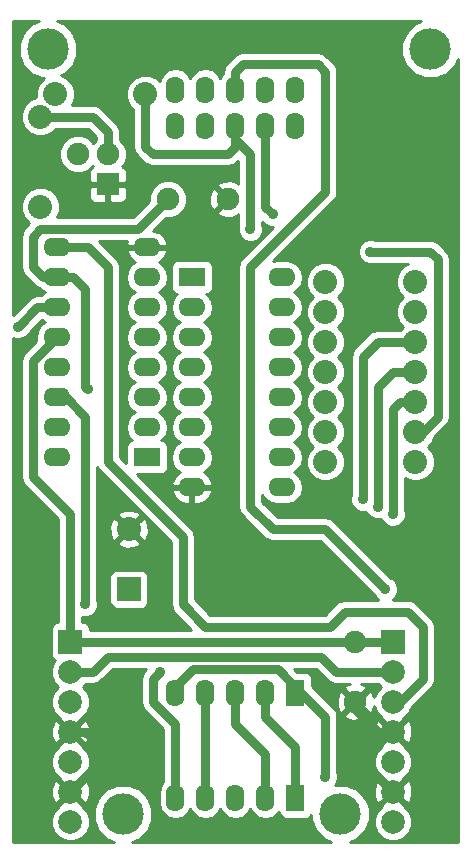
<source format=gtl>
G04 (created by PCBNEW (2013-07-07 BZR 4022)-stable) date 17/03/2015 13:31:24*
%MOIN*%
G04 Gerber Fmt 3.4, Leading zero omitted, Abs format*
%FSLAX34Y34*%
G01*
G70*
G90*
G04 APERTURE LIST*
%ADD10C,0.00590551*%
%ADD11R,0.0787X0.0787*%
%ADD12C,0.0787*%
%ADD13R,0.062X0.09*%
%ADD14O,0.062X0.09*%
%ADD15R,0.09X0.062*%
%ADD16O,0.09X0.062*%
%ADD17R,0.075X0.075*%
%ADD18C,0.075*%
%ADD19C,0.08*%
%ADD20R,0.08X0.08*%
%ADD21C,0.1378*%
%ADD22C,0.035*%
%ADD23C,0.03*%
%ADD24C,0.01*%
G04 APERTURE END LIST*
G54D10*
G54D11*
X12750Y-31000D03*
G54D12*
X12750Y-32000D03*
X12750Y-33000D03*
X12750Y-34000D03*
X12750Y-35000D03*
X12750Y-36000D03*
X12750Y-37000D03*
G54D13*
X20250Y-32700D03*
G54D14*
X19250Y-32700D03*
X18250Y-32700D03*
X17250Y-32700D03*
X16250Y-32700D03*
X16250Y-13800D03*
X17250Y-13800D03*
X18250Y-13800D03*
X19250Y-13800D03*
X20250Y-13800D03*
G54D11*
X23500Y-31000D03*
G54D12*
X23500Y-32000D03*
X23500Y-33000D03*
X23500Y-34000D03*
X23500Y-35000D03*
X23500Y-36000D03*
X23500Y-37000D03*
G54D15*
X15300Y-24850D03*
G54D16*
X15300Y-23850D03*
X15300Y-22850D03*
X15300Y-21850D03*
X15300Y-20850D03*
X15300Y-19850D03*
X15300Y-18850D03*
X15300Y-17850D03*
X12300Y-17850D03*
X12300Y-18850D03*
X12300Y-19850D03*
X12300Y-20850D03*
X12300Y-21850D03*
X12300Y-22850D03*
X12300Y-23850D03*
X12300Y-24850D03*
G54D17*
X14000Y-15750D03*
G54D18*
X14000Y-14750D03*
X13000Y-14750D03*
G54D19*
X11750Y-16500D03*
X11750Y-13500D03*
X15250Y-12750D03*
X12250Y-12750D03*
G54D20*
X14700Y-29250D03*
G54D19*
X14700Y-27250D03*
G54D18*
X16000Y-16250D03*
X18000Y-16250D03*
G54D15*
X16800Y-18850D03*
G54D16*
X16800Y-19850D03*
X16800Y-20850D03*
X16800Y-21850D03*
X16800Y-22850D03*
X16800Y-23850D03*
X16800Y-24850D03*
X16800Y-25850D03*
X19800Y-25850D03*
X19800Y-24850D03*
X19800Y-23850D03*
X19800Y-22850D03*
X19800Y-21850D03*
X19800Y-20850D03*
X19800Y-19850D03*
X19800Y-18850D03*
G54D21*
X24750Y-11250D03*
X12000Y-11250D03*
X14500Y-36750D03*
X21750Y-36750D03*
G54D19*
X21250Y-19000D03*
X24250Y-19000D03*
X21250Y-20000D03*
X24250Y-20000D03*
X21250Y-21000D03*
X24250Y-21000D03*
X21250Y-22000D03*
X24250Y-22000D03*
X21250Y-23000D03*
X24250Y-23000D03*
X21250Y-24000D03*
X24250Y-24000D03*
X21250Y-25000D03*
X24250Y-25000D03*
G54D13*
X20250Y-36200D03*
G54D14*
X19250Y-36200D03*
X18250Y-36200D03*
X17250Y-36200D03*
X16250Y-36200D03*
X16250Y-12600D03*
X17250Y-12600D03*
X18250Y-12600D03*
X19250Y-12600D03*
X20250Y-12600D03*
G54D18*
X22250Y-31000D03*
X22250Y-33000D03*
G54D22*
X13320Y-22570D03*
X11000Y-20500D03*
X13250Y-29750D03*
X15250Y-33750D03*
X22750Y-18000D03*
X19500Y-16750D03*
X22500Y-26250D03*
X23500Y-26750D03*
X23000Y-26500D03*
X23250Y-29250D03*
X21250Y-35500D03*
X18750Y-17250D03*
X15750Y-32000D03*
G54D23*
X13320Y-22570D02*
X13250Y-22500D01*
X11750Y-17250D02*
X15000Y-17250D01*
X13250Y-19250D02*
X12850Y-18850D01*
X12850Y-18850D02*
X12300Y-18850D01*
X15000Y-17250D02*
X16000Y-16250D01*
X12300Y-18850D02*
X11850Y-18850D01*
X11500Y-17500D02*
X11750Y-17250D01*
X11500Y-18500D02*
X11500Y-17500D01*
X11850Y-18850D02*
X11500Y-18500D01*
X13250Y-22500D02*
X13250Y-19250D01*
X20900Y-31500D02*
X21100Y-31500D01*
X21600Y-32000D02*
X23500Y-32000D01*
X21100Y-31500D02*
X21600Y-32000D01*
X14000Y-31500D02*
X13500Y-32000D01*
X13500Y-32000D02*
X12750Y-32000D01*
X11650Y-19850D02*
X12300Y-19850D01*
X20900Y-31500D02*
X14000Y-31500D01*
X11000Y-20500D02*
X11650Y-19850D01*
X13250Y-29750D02*
X13250Y-28750D01*
X12300Y-22850D02*
X12600Y-22850D01*
X12600Y-22850D02*
X13250Y-23500D01*
X13250Y-28750D02*
X13250Y-29250D01*
X13250Y-23500D02*
X13250Y-28750D01*
X22250Y-33000D02*
X22250Y-33250D01*
X23000Y-34000D02*
X23500Y-34000D01*
X22250Y-33250D02*
X23000Y-34000D01*
X15000Y-34000D02*
X15250Y-33750D01*
X12750Y-36000D02*
X13500Y-35250D01*
X22750Y-35250D02*
X22750Y-34500D01*
X23500Y-36000D02*
X22750Y-35250D01*
X13500Y-35250D02*
X13500Y-34250D01*
X13500Y-34250D02*
X13250Y-34000D01*
X23500Y-34000D02*
X23250Y-34000D01*
X13250Y-34000D02*
X12750Y-34000D01*
X23250Y-34000D02*
X22750Y-34500D01*
X12750Y-34000D02*
X15000Y-34000D01*
X21650Y-31000D02*
X22250Y-31000D01*
X12750Y-31000D02*
X21650Y-31000D01*
X21650Y-31000D02*
X23500Y-31000D01*
X11500Y-25500D02*
X11500Y-21650D01*
X11500Y-21650D02*
X12300Y-20850D01*
X12750Y-26750D02*
X11500Y-25500D01*
X12750Y-31000D02*
X12750Y-26750D01*
X11750Y-13500D02*
X13500Y-13500D01*
X14000Y-14000D02*
X14000Y-14750D01*
X13500Y-13500D02*
X14000Y-14000D01*
X25000Y-18250D02*
X25000Y-18750D01*
X19250Y-13800D02*
X19250Y-16500D01*
X24750Y-18000D02*
X25000Y-18250D01*
X25000Y-23500D02*
X25000Y-18750D01*
X24500Y-24000D02*
X25000Y-23500D01*
X24250Y-24000D02*
X24500Y-24000D01*
X19250Y-16500D02*
X19500Y-16750D01*
X22750Y-18000D02*
X24750Y-18000D01*
X20950Y-30500D02*
X21400Y-30500D01*
X21900Y-30000D02*
X24000Y-30000D01*
X21400Y-30500D02*
X21900Y-30000D01*
X24000Y-30000D02*
X24300Y-30300D01*
X24500Y-32250D02*
X24500Y-30500D01*
X16500Y-29750D02*
X17250Y-30500D01*
X12300Y-17850D02*
X13350Y-17850D01*
X14000Y-18500D02*
X14000Y-25000D01*
X23500Y-33000D02*
X23750Y-33000D01*
X16500Y-27500D02*
X16500Y-29750D01*
X17250Y-30500D02*
X20950Y-30500D01*
X13350Y-17850D02*
X14000Y-18500D01*
X23750Y-33000D02*
X24500Y-32250D01*
X24500Y-30500D02*
X24300Y-30300D01*
X24300Y-30300D02*
X24000Y-30000D01*
X14000Y-25000D02*
X16500Y-27500D01*
X17250Y-36200D02*
X17250Y-32700D01*
X23000Y-21000D02*
X24250Y-21000D01*
X22500Y-21500D02*
X23000Y-21000D01*
X22500Y-26250D02*
X22500Y-21500D01*
X20250Y-34500D02*
X19250Y-33500D01*
X20250Y-36200D02*
X20250Y-34500D01*
X19250Y-33500D02*
X19250Y-32700D01*
X23500Y-26750D02*
X23500Y-23250D01*
X23500Y-23250D02*
X23750Y-23000D01*
X23750Y-23000D02*
X24250Y-23000D01*
X19250Y-36200D02*
X19250Y-34750D01*
X23000Y-26500D02*
X23000Y-22500D01*
X23500Y-22000D02*
X24250Y-22000D01*
X23000Y-22500D02*
X23500Y-22000D01*
X19250Y-34750D02*
X18250Y-33750D01*
X18250Y-33750D02*
X18250Y-32700D01*
X23250Y-29250D02*
X21250Y-27250D01*
X20450Y-32700D02*
X21250Y-33500D01*
X21250Y-16000D02*
X21250Y-12000D01*
X19500Y-27250D02*
X18750Y-26500D01*
X18750Y-26500D02*
X18750Y-18500D01*
X21250Y-27250D02*
X19500Y-27250D01*
X18750Y-18500D02*
X21250Y-16000D01*
X18250Y-12000D02*
X18250Y-12600D01*
X20250Y-32500D02*
X20250Y-32700D01*
X18500Y-11750D02*
X18250Y-12000D01*
X21250Y-12000D02*
X21000Y-11750D01*
X21000Y-11750D02*
X18500Y-11750D01*
X20250Y-32700D02*
X20450Y-32700D01*
X21250Y-33500D02*
X21250Y-35500D01*
X16250Y-32500D02*
X16848Y-31902D01*
X19652Y-31902D02*
X20250Y-32500D01*
X16848Y-31902D02*
X19652Y-31902D01*
X16250Y-32700D02*
X16250Y-32500D01*
X16250Y-33750D02*
X15500Y-33000D01*
X18750Y-14750D02*
X18250Y-14250D01*
X18250Y-14250D02*
X18250Y-13800D01*
X16250Y-36200D02*
X16250Y-33750D01*
X18750Y-17250D02*
X18750Y-14750D01*
X15500Y-32250D02*
X15750Y-32000D01*
X15500Y-33000D02*
X15500Y-32250D01*
X15250Y-12750D02*
X15250Y-14500D01*
X18250Y-14500D02*
X18250Y-13800D01*
X18000Y-14750D02*
X18250Y-14500D01*
X15500Y-14750D02*
X18000Y-14750D01*
X15250Y-14500D02*
X15500Y-14750D01*
G54D10*
G36*
X12357Y-21900D02*
X12350Y-21900D01*
X12350Y-21907D01*
X12250Y-21907D01*
X12250Y-21900D01*
X12242Y-21900D01*
X12242Y-21800D01*
X12250Y-21800D01*
X12250Y-21792D01*
X12350Y-21792D01*
X12350Y-21800D01*
X12357Y-21800D01*
X12357Y-21900D01*
X12357Y-21900D01*
G37*
G54D24*
X12357Y-21900D02*
X12350Y-21900D01*
X12350Y-21907D01*
X12250Y-21907D01*
X12250Y-21900D01*
X12242Y-21900D01*
X12242Y-21800D01*
X12250Y-21800D01*
X12250Y-21792D01*
X12350Y-21792D01*
X12350Y-21800D01*
X12357Y-21800D01*
X12357Y-21900D01*
G54D10*
G36*
X16784Y-30600D02*
X15354Y-30600D01*
X15354Y-27355D01*
X15344Y-27097D01*
X15264Y-26902D01*
X15158Y-26862D01*
X15087Y-26933D01*
X15087Y-26791D01*
X15047Y-26685D01*
X14805Y-26595D01*
X14547Y-26605D01*
X14352Y-26685D01*
X14312Y-26791D01*
X14700Y-27179D01*
X15087Y-26791D01*
X15087Y-26933D01*
X14770Y-27250D01*
X15158Y-27637D01*
X15264Y-27597D01*
X15354Y-27355D01*
X15354Y-30600D01*
X15350Y-30600D01*
X15350Y-29600D01*
X15350Y-28800D01*
X15312Y-28708D01*
X15241Y-28638D01*
X15149Y-28600D01*
X15087Y-28599D01*
X15087Y-27708D01*
X14700Y-27320D01*
X14629Y-27391D01*
X14629Y-27250D01*
X14241Y-26862D01*
X14135Y-26902D01*
X14045Y-27144D01*
X14055Y-27402D01*
X14135Y-27597D01*
X14241Y-27637D01*
X14629Y-27250D01*
X14629Y-27391D01*
X14312Y-27708D01*
X14352Y-27814D01*
X14594Y-27904D01*
X14852Y-27894D01*
X15047Y-27814D01*
X15087Y-27708D01*
X15087Y-28599D01*
X15050Y-28599D01*
X14250Y-28599D01*
X14158Y-28637D01*
X14088Y-28708D01*
X14050Y-28800D01*
X14049Y-28899D01*
X14049Y-29699D01*
X14087Y-29791D01*
X14158Y-29861D01*
X14250Y-29899D01*
X14349Y-29900D01*
X15149Y-29900D01*
X15241Y-29862D01*
X15311Y-29791D01*
X15349Y-29699D01*
X15350Y-29600D01*
X15350Y-30600D01*
X13393Y-30600D01*
X13393Y-30556D01*
X13355Y-30465D01*
X13285Y-30394D01*
X13193Y-30356D01*
X13150Y-30356D01*
X13150Y-30168D01*
X13165Y-30174D01*
X13334Y-30175D01*
X13490Y-30110D01*
X13610Y-29991D01*
X13674Y-29834D01*
X13675Y-29665D01*
X13650Y-29605D01*
X13650Y-29250D01*
X13650Y-28750D01*
X13650Y-25182D01*
X13717Y-25282D01*
X16100Y-27665D01*
X16100Y-29750D01*
X16125Y-29877D01*
X16130Y-29903D01*
X16217Y-30032D01*
X16784Y-30600D01*
X16784Y-30600D01*
G37*
G54D24*
X16784Y-30600D02*
X15354Y-30600D01*
X15354Y-27355D01*
X15344Y-27097D01*
X15264Y-26902D01*
X15158Y-26862D01*
X15087Y-26933D01*
X15087Y-26791D01*
X15047Y-26685D01*
X14805Y-26595D01*
X14547Y-26605D01*
X14352Y-26685D01*
X14312Y-26791D01*
X14700Y-27179D01*
X15087Y-26791D01*
X15087Y-26933D01*
X14770Y-27250D01*
X15158Y-27637D01*
X15264Y-27597D01*
X15354Y-27355D01*
X15354Y-30600D01*
X15350Y-30600D01*
X15350Y-29600D01*
X15350Y-28800D01*
X15312Y-28708D01*
X15241Y-28638D01*
X15149Y-28600D01*
X15087Y-28599D01*
X15087Y-27708D01*
X14700Y-27320D01*
X14629Y-27391D01*
X14629Y-27250D01*
X14241Y-26862D01*
X14135Y-26902D01*
X14045Y-27144D01*
X14055Y-27402D01*
X14135Y-27597D01*
X14241Y-27637D01*
X14629Y-27250D01*
X14629Y-27391D01*
X14312Y-27708D01*
X14352Y-27814D01*
X14594Y-27904D01*
X14852Y-27894D01*
X15047Y-27814D01*
X15087Y-27708D01*
X15087Y-28599D01*
X15050Y-28599D01*
X14250Y-28599D01*
X14158Y-28637D01*
X14088Y-28708D01*
X14050Y-28800D01*
X14049Y-28899D01*
X14049Y-29699D01*
X14087Y-29791D01*
X14158Y-29861D01*
X14250Y-29899D01*
X14349Y-29900D01*
X15149Y-29900D01*
X15241Y-29862D01*
X15311Y-29791D01*
X15349Y-29699D01*
X15350Y-29600D01*
X15350Y-30600D01*
X13393Y-30600D01*
X13393Y-30556D01*
X13355Y-30465D01*
X13285Y-30394D01*
X13193Y-30356D01*
X13150Y-30356D01*
X13150Y-30168D01*
X13165Y-30174D01*
X13334Y-30175D01*
X13490Y-30110D01*
X13610Y-29991D01*
X13674Y-29834D01*
X13675Y-29665D01*
X13650Y-29605D01*
X13650Y-29250D01*
X13650Y-28750D01*
X13650Y-25182D01*
X13717Y-25282D01*
X16100Y-27665D01*
X16100Y-29750D01*
X16125Y-29877D01*
X16130Y-29903D01*
X16217Y-30032D01*
X16784Y-30600D01*
G54D10*
G36*
X21435Y-37675D02*
X14814Y-37675D01*
X15051Y-37577D01*
X15326Y-37303D01*
X15474Y-36944D01*
X15475Y-36556D01*
X15327Y-36198D01*
X15053Y-35923D01*
X14694Y-35775D01*
X14306Y-35774D01*
X13948Y-35922D01*
X13673Y-36196D01*
X13525Y-36555D01*
X13524Y-36943D01*
X13672Y-37301D01*
X13946Y-37576D01*
X14185Y-37675D01*
X13397Y-37675D01*
X13397Y-36104D01*
X13397Y-34104D01*
X13388Y-33848D01*
X13308Y-33655D01*
X13203Y-33617D01*
X12820Y-34000D01*
X13203Y-34382D01*
X13308Y-34344D01*
X13397Y-34104D01*
X13397Y-36104D01*
X13393Y-35991D01*
X13393Y-34872D01*
X13295Y-34635D01*
X13127Y-34467D01*
X13132Y-34453D01*
X12750Y-34070D01*
X12679Y-34141D01*
X12679Y-34000D01*
X12296Y-33617D01*
X12191Y-33655D01*
X12102Y-33895D01*
X12111Y-34151D01*
X12191Y-34344D01*
X12296Y-34382D01*
X12679Y-34000D01*
X12679Y-34141D01*
X12367Y-34453D01*
X12372Y-34467D01*
X12204Y-34635D01*
X12106Y-34871D01*
X12106Y-35127D01*
X12204Y-35364D01*
X12372Y-35532D01*
X12367Y-35546D01*
X12750Y-35929D01*
X13132Y-35546D01*
X13127Y-35532D01*
X13295Y-35364D01*
X13393Y-35128D01*
X13393Y-34872D01*
X13393Y-35991D01*
X13388Y-35848D01*
X13308Y-35655D01*
X13203Y-35617D01*
X12820Y-36000D01*
X13203Y-36382D01*
X13308Y-36344D01*
X13397Y-36104D01*
X13397Y-37675D01*
X13393Y-37675D01*
X13393Y-36872D01*
X13295Y-36635D01*
X13127Y-36467D01*
X13132Y-36453D01*
X12750Y-36070D01*
X12679Y-36141D01*
X12679Y-36000D01*
X12296Y-35617D01*
X12191Y-35655D01*
X12102Y-35895D01*
X12111Y-36151D01*
X12191Y-36344D01*
X12296Y-36382D01*
X12679Y-36000D01*
X12679Y-36141D01*
X12367Y-36453D01*
X12372Y-36467D01*
X12204Y-36635D01*
X12106Y-36871D01*
X12106Y-37127D01*
X12204Y-37364D01*
X12385Y-37545D01*
X12621Y-37643D01*
X12877Y-37643D01*
X13114Y-37545D01*
X13295Y-37364D01*
X13393Y-37128D01*
X13393Y-36872D01*
X13393Y-37675D01*
X10825Y-37675D01*
X10825Y-20887D01*
X10915Y-20924D01*
X11084Y-20925D01*
X11240Y-20860D01*
X11360Y-20741D01*
X11385Y-20680D01*
X11791Y-20273D01*
X11905Y-20350D01*
X11750Y-20454D01*
X11628Y-20635D01*
X11586Y-20850D01*
X11610Y-20973D01*
X11217Y-21367D01*
X11130Y-21496D01*
X11125Y-21522D01*
X11100Y-21650D01*
X11100Y-25500D01*
X11125Y-25627D01*
X11130Y-25653D01*
X11217Y-25782D01*
X12350Y-26915D01*
X12350Y-30356D01*
X12306Y-30356D01*
X12215Y-30394D01*
X12144Y-30464D01*
X12106Y-30556D01*
X12106Y-30656D01*
X12106Y-31443D01*
X12144Y-31534D01*
X12214Y-31605D01*
X12228Y-31611D01*
X12204Y-31635D01*
X12106Y-31871D01*
X12106Y-32127D01*
X12204Y-32364D01*
X12339Y-32500D01*
X12204Y-32635D01*
X12106Y-32871D01*
X12106Y-33127D01*
X12204Y-33364D01*
X12372Y-33532D01*
X12367Y-33546D01*
X12750Y-33929D01*
X13132Y-33546D01*
X13127Y-33532D01*
X13295Y-33364D01*
X13393Y-33128D01*
X13393Y-32872D01*
X13295Y-32635D01*
X13160Y-32499D01*
X13260Y-32400D01*
X13500Y-32400D01*
X13500Y-32399D01*
X13627Y-32374D01*
X13653Y-32369D01*
X13653Y-32369D01*
X13782Y-32282D01*
X14165Y-31900D01*
X15284Y-31900D01*
X15217Y-31967D01*
X15130Y-32096D01*
X15125Y-32122D01*
X15100Y-32250D01*
X15100Y-33000D01*
X15125Y-33127D01*
X15130Y-33153D01*
X15217Y-33282D01*
X15850Y-33915D01*
X15850Y-35656D01*
X15732Y-35831D01*
X15690Y-36046D01*
X15690Y-36353D01*
X15732Y-36568D01*
X15854Y-36749D01*
X16035Y-36871D01*
X16250Y-36913D01*
X16464Y-36871D01*
X16645Y-36749D01*
X16750Y-36594D01*
X16854Y-36749D01*
X17035Y-36871D01*
X17250Y-36913D01*
X17464Y-36871D01*
X17645Y-36749D01*
X17750Y-36594D01*
X17854Y-36749D01*
X18035Y-36871D01*
X18250Y-36913D01*
X18464Y-36871D01*
X18645Y-36749D01*
X18750Y-36594D01*
X18854Y-36749D01*
X19035Y-36871D01*
X19250Y-36913D01*
X19464Y-36871D01*
X19645Y-36749D01*
X19689Y-36683D01*
X19689Y-36699D01*
X19727Y-36791D01*
X19798Y-36861D01*
X19890Y-36899D01*
X19989Y-36900D01*
X20609Y-36900D01*
X20701Y-36862D01*
X20771Y-36791D01*
X20774Y-36784D01*
X20774Y-36943D01*
X20922Y-37301D01*
X21196Y-37576D01*
X21435Y-37675D01*
X21435Y-37675D01*
G37*
G54D24*
X21435Y-37675D02*
X14814Y-37675D01*
X15051Y-37577D01*
X15326Y-37303D01*
X15474Y-36944D01*
X15475Y-36556D01*
X15327Y-36198D01*
X15053Y-35923D01*
X14694Y-35775D01*
X14306Y-35774D01*
X13948Y-35922D01*
X13673Y-36196D01*
X13525Y-36555D01*
X13524Y-36943D01*
X13672Y-37301D01*
X13946Y-37576D01*
X14185Y-37675D01*
X13397Y-37675D01*
X13397Y-36104D01*
X13397Y-34104D01*
X13388Y-33848D01*
X13308Y-33655D01*
X13203Y-33617D01*
X12820Y-34000D01*
X13203Y-34382D01*
X13308Y-34344D01*
X13397Y-34104D01*
X13397Y-36104D01*
X13393Y-35991D01*
X13393Y-34872D01*
X13295Y-34635D01*
X13127Y-34467D01*
X13132Y-34453D01*
X12750Y-34070D01*
X12679Y-34141D01*
X12679Y-34000D01*
X12296Y-33617D01*
X12191Y-33655D01*
X12102Y-33895D01*
X12111Y-34151D01*
X12191Y-34344D01*
X12296Y-34382D01*
X12679Y-34000D01*
X12679Y-34141D01*
X12367Y-34453D01*
X12372Y-34467D01*
X12204Y-34635D01*
X12106Y-34871D01*
X12106Y-35127D01*
X12204Y-35364D01*
X12372Y-35532D01*
X12367Y-35546D01*
X12750Y-35929D01*
X13132Y-35546D01*
X13127Y-35532D01*
X13295Y-35364D01*
X13393Y-35128D01*
X13393Y-34872D01*
X13393Y-35991D01*
X13388Y-35848D01*
X13308Y-35655D01*
X13203Y-35617D01*
X12820Y-36000D01*
X13203Y-36382D01*
X13308Y-36344D01*
X13397Y-36104D01*
X13397Y-37675D01*
X13393Y-37675D01*
X13393Y-36872D01*
X13295Y-36635D01*
X13127Y-36467D01*
X13132Y-36453D01*
X12750Y-36070D01*
X12679Y-36141D01*
X12679Y-36000D01*
X12296Y-35617D01*
X12191Y-35655D01*
X12102Y-35895D01*
X12111Y-36151D01*
X12191Y-36344D01*
X12296Y-36382D01*
X12679Y-36000D01*
X12679Y-36141D01*
X12367Y-36453D01*
X12372Y-36467D01*
X12204Y-36635D01*
X12106Y-36871D01*
X12106Y-37127D01*
X12204Y-37364D01*
X12385Y-37545D01*
X12621Y-37643D01*
X12877Y-37643D01*
X13114Y-37545D01*
X13295Y-37364D01*
X13393Y-37128D01*
X13393Y-36872D01*
X13393Y-37675D01*
X10825Y-37675D01*
X10825Y-20887D01*
X10915Y-20924D01*
X11084Y-20925D01*
X11240Y-20860D01*
X11360Y-20741D01*
X11385Y-20680D01*
X11791Y-20273D01*
X11905Y-20350D01*
X11750Y-20454D01*
X11628Y-20635D01*
X11586Y-20850D01*
X11610Y-20973D01*
X11217Y-21367D01*
X11130Y-21496D01*
X11125Y-21522D01*
X11100Y-21650D01*
X11100Y-25500D01*
X11125Y-25627D01*
X11130Y-25653D01*
X11217Y-25782D01*
X12350Y-26915D01*
X12350Y-30356D01*
X12306Y-30356D01*
X12215Y-30394D01*
X12144Y-30464D01*
X12106Y-30556D01*
X12106Y-30656D01*
X12106Y-31443D01*
X12144Y-31534D01*
X12214Y-31605D01*
X12228Y-31611D01*
X12204Y-31635D01*
X12106Y-31871D01*
X12106Y-32127D01*
X12204Y-32364D01*
X12339Y-32500D01*
X12204Y-32635D01*
X12106Y-32871D01*
X12106Y-33127D01*
X12204Y-33364D01*
X12372Y-33532D01*
X12367Y-33546D01*
X12750Y-33929D01*
X13132Y-33546D01*
X13127Y-33532D01*
X13295Y-33364D01*
X13393Y-33128D01*
X13393Y-32872D01*
X13295Y-32635D01*
X13160Y-32499D01*
X13260Y-32400D01*
X13500Y-32400D01*
X13500Y-32399D01*
X13627Y-32374D01*
X13653Y-32369D01*
X13653Y-32369D01*
X13782Y-32282D01*
X14165Y-31900D01*
X15284Y-31900D01*
X15217Y-31967D01*
X15130Y-32096D01*
X15125Y-32122D01*
X15100Y-32250D01*
X15100Y-33000D01*
X15125Y-33127D01*
X15130Y-33153D01*
X15217Y-33282D01*
X15850Y-33915D01*
X15850Y-35656D01*
X15732Y-35831D01*
X15690Y-36046D01*
X15690Y-36353D01*
X15732Y-36568D01*
X15854Y-36749D01*
X16035Y-36871D01*
X16250Y-36913D01*
X16464Y-36871D01*
X16645Y-36749D01*
X16750Y-36594D01*
X16854Y-36749D01*
X17035Y-36871D01*
X17250Y-36913D01*
X17464Y-36871D01*
X17645Y-36749D01*
X17750Y-36594D01*
X17854Y-36749D01*
X18035Y-36871D01*
X18250Y-36913D01*
X18464Y-36871D01*
X18645Y-36749D01*
X18750Y-36594D01*
X18854Y-36749D01*
X19035Y-36871D01*
X19250Y-36913D01*
X19464Y-36871D01*
X19645Y-36749D01*
X19689Y-36683D01*
X19689Y-36699D01*
X19727Y-36791D01*
X19798Y-36861D01*
X19890Y-36899D01*
X19989Y-36900D01*
X20609Y-36900D01*
X20701Y-36862D01*
X20771Y-36791D01*
X20774Y-36784D01*
X20774Y-36943D01*
X20922Y-37301D01*
X21196Y-37576D01*
X21435Y-37675D01*
G54D10*
G36*
X25675Y-37675D02*
X25400Y-37675D01*
X25400Y-23500D01*
X25400Y-18750D01*
X25400Y-18250D01*
X25369Y-18096D01*
X25369Y-18096D01*
X25340Y-18053D01*
X25282Y-17967D01*
X25282Y-17967D01*
X25032Y-17717D01*
X24903Y-17630D01*
X24877Y-17625D01*
X24750Y-17600D01*
X22894Y-17600D01*
X22834Y-17575D01*
X22665Y-17574D01*
X22509Y-17639D01*
X22389Y-17758D01*
X22325Y-17915D01*
X22324Y-18084D01*
X22389Y-18240D01*
X22508Y-18360D01*
X22665Y-18424D01*
X22834Y-18425D01*
X22894Y-18400D01*
X23999Y-18400D01*
X23882Y-18448D01*
X23699Y-18631D01*
X23600Y-18870D01*
X23599Y-19128D01*
X23698Y-19367D01*
X23830Y-19500D01*
X23699Y-19631D01*
X23600Y-19870D01*
X23599Y-20128D01*
X23698Y-20367D01*
X23830Y-20500D01*
X23730Y-20600D01*
X23000Y-20600D01*
X22846Y-20630D01*
X22803Y-20659D01*
X22717Y-20717D01*
X22217Y-21217D01*
X22130Y-21346D01*
X22125Y-21372D01*
X22100Y-21500D01*
X22100Y-26105D01*
X22075Y-26165D01*
X22074Y-26334D01*
X22139Y-26490D01*
X22258Y-26610D01*
X22415Y-26674D01*
X22584Y-26675D01*
X22608Y-26665D01*
X22639Y-26740D01*
X22758Y-26860D01*
X22915Y-26924D01*
X23084Y-26925D01*
X23108Y-26915D01*
X23139Y-26990D01*
X23258Y-27110D01*
X23415Y-27174D01*
X23584Y-27175D01*
X23740Y-27110D01*
X23860Y-26991D01*
X23924Y-26834D01*
X23925Y-26665D01*
X23900Y-26605D01*
X23900Y-25558D01*
X24120Y-25649D01*
X24378Y-25650D01*
X24617Y-25551D01*
X24800Y-25368D01*
X24899Y-25129D01*
X24900Y-24871D01*
X24801Y-24632D01*
X24669Y-24499D01*
X24800Y-24368D01*
X24874Y-24191D01*
X25282Y-23782D01*
X25282Y-23782D01*
X25340Y-23696D01*
X25369Y-23653D01*
X25369Y-23653D01*
X25399Y-23500D01*
X25400Y-23500D01*
X25400Y-37675D01*
X24147Y-37675D01*
X24147Y-36104D01*
X24147Y-34104D01*
X24138Y-33848D01*
X24058Y-33655D01*
X23953Y-33617D01*
X23570Y-34000D01*
X23953Y-34382D01*
X24058Y-34344D01*
X24147Y-34104D01*
X24147Y-36104D01*
X24143Y-35991D01*
X24143Y-34872D01*
X24045Y-34635D01*
X23877Y-34467D01*
X23882Y-34453D01*
X23500Y-34070D01*
X23429Y-34141D01*
X23429Y-34000D01*
X23046Y-33617D01*
X22941Y-33655D01*
X22852Y-33895D01*
X22861Y-34151D01*
X22941Y-34344D01*
X23046Y-34382D01*
X23429Y-34000D01*
X23429Y-34141D01*
X23117Y-34453D01*
X23122Y-34467D01*
X22954Y-34635D01*
X22856Y-34871D01*
X22856Y-35127D01*
X22954Y-35364D01*
X23122Y-35532D01*
X23117Y-35546D01*
X23500Y-35929D01*
X23882Y-35546D01*
X23877Y-35532D01*
X24045Y-35364D01*
X24143Y-35128D01*
X24143Y-34872D01*
X24143Y-35991D01*
X24138Y-35848D01*
X24058Y-35655D01*
X23953Y-35617D01*
X23570Y-36000D01*
X23953Y-36382D01*
X24058Y-36344D01*
X24147Y-36104D01*
X24147Y-37675D01*
X24143Y-37675D01*
X24143Y-36872D01*
X24045Y-36635D01*
X23877Y-36467D01*
X23882Y-36453D01*
X23500Y-36070D01*
X23429Y-36141D01*
X23429Y-36000D01*
X23046Y-35617D01*
X22941Y-35655D01*
X22852Y-35895D01*
X22861Y-36151D01*
X22941Y-36344D01*
X23046Y-36382D01*
X23429Y-36000D01*
X23429Y-36141D01*
X23117Y-36453D01*
X23122Y-36467D01*
X22954Y-36635D01*
X22856Y-36871D01*
X22856Y-37127D01*
X22954Y-37364D01*
X23135Y-37545D01*
X23371Y-37643D01*
X23627Y-37643D01*
X23864Y-37545D01*
X24045Y-37364D01*
X24143Y-37128D01*
X24143Y-36872D01*
X24143Y-37675D01*
X22064Y-37675D01*
X22301Y-37577D01*
X22576Y-37303D01*
X22724Y-36944D01*
X22725Y-36556D01*
X22619Y-36301D01*
X22619Y-33440D01*
X22250Y-33070D01*
X22179Y-33141D01*
X22179Y-33000D01*
X21809Y-32630D01*
X21706Y-32667D01*
X21620Y-32900D01*
X21630Y-33148D01*
X21706Y-33332D01*
X21809Y-33369D01*
X22179Y-33000D01*
X22179Y-33141D01*
X21880Y-33440D01*
X21917Y-33543D01*
X22150Y-33629D01*
X22398Y-33619D01*
X22582Y-33543D01*
X22619Y-33440D01*
X22619Y-36301D01*
X22577Y-36198D01*
X22303Y-35923D01*
X21944Y-35775D01*
X21576Y-35774D01*
X21610Y-35741D01*
X21674Y-35584D01*
X21675Y-35415D01*
X21650Y-35355D01*
X21650Y-33500D01*
X21649Y-33499D01*
X21619Y-33346D01*
X21619Y-33346D01*
X21532Y-33217D01*
X21532Y-33217D01*
X20810Y-32494D01*
X20810Y-32200D01*
X20772Y-32108D01*
X20701Y-32038D01*
X20609Y-32000D01*
X20510Y-31999D01*
X20315Y-31999D01*
X20215Y-31900D01*
X20900Y-31900D01*
X20934Y-31900D01*
X21317Y-32282D01*
X21317Y-32282D01*
X21403Y-32340D01*
X21446Y-32369D01*
X21446Y-32369D01*
X21600Y-32400D01*
X22053Y-32400D01*
X21917Y-32456D01*
X21880Y-32559D01*
X22250Y-32929D01*
X22619Y-32559D01*
X22582Y-32456D01*
X22429Y-32400D01*
X22990Y-32400D01*
X23089Y-32500D01*
X22954Y-32635D01*
X22867Y-32845D01*
X22793Y-32667D01*
X22690Y-32630D01*
X22320Y-33000D01*
X22690Y-33369D01*
X22793Y-33332D01*
X22863Y-33143D01*
X22954Y-33364D01*
X23122Y-33532D01*
X23117Y-33546D01*
X23500Y-33929D01*
X23882Y-33546D01*
X23877Y-33532D01*
X24045Y-33364D01*
X24112Y-33203D01*
X24782Y-32532D01*
X24782Y-32532D01*
X24840Y-32446D01*
X24869Y-32403D01*
X24869Y-32403D01*
X24899Y-32250D01*
X24900Y-32250D01*
X24900Y-30500D01*
X24869Y-30346D01*
X24869Y-30346D01*
X24840Y-30303D01*
X24782Y-30217D01*
X24782Y-30217D01*
X24582Y-30017D01*
X24582Y-30017D01*
X24582Y-30017D01*
X24282Y-29717D01*
X24153Y-29630D01*
X24127Y-29625D01*
X24000Y-29600D01*
X23500Y-29600D01*
X23610Y-29491D01*
X23674Y-29334D01*
X23675Y-29165D01*
X23610Y-29009D01*
X23491Y-28889D01*
X23430Y-28864D01*
X21900Y-27334D01*
X21900Y-24871D01*
X21801Y-24632D01*
X21669Y-24499D01*
X21800Y-24368D01*
X21899Y-24129D01*
X21900Y-23871D01*
X21801Y-23632D01*
X21669Y-23499D01*
X21800Y-23368D01*
X21899Y-23129D01*
X21900Y-22871D01*
X21801Y-22632D01*
X21669Y-22499D01*
X21800Y-22368D01*
X21899Y-22129D01*
X21900Y-21871D01*
X21801Y-21632D01*
X21669Y-21499D01*
X21800Y-21368D01*
X21899Y-21129D01*
X21900Y-20871D01*
X21801Y-20632D01*
X21669Y-20499D01*
X21800Y-20368D01*
X21899Y-20129D01*
X21900Y-19871D01*
X21801Y-19632D01*
X21669Y-19499D01*
X21800Y-19368D01*
X21899Y-19129D01*
X21900Y-18871D01*
X21801Y-18632D01*
X21618Y-18449D01*
X21379Y-18350D01*
X21121Y-18349D01*
X20882Y-18448D01*
X20699Y-18631D01*
X20600Y-18870D01*
X20599Y-19128D01*
X20698Y-19367D01*
X20830Y-19500D01*
X20699Y-19631D01*
X20600Y-19870D01*
X20599Y-20128D01*
X20698Y-20367D01*
X20830Y-20500D01*
X20699Y-20631D01*
X20600Y-20870D01*
X20599Y-21128D01*
X20698Y-21367D01*
X20830Y-21500D01*
X20699Y-21631D01*
X20600Y-21870D01*
X20599Y-22128D01*
X20698Y-22367D01*
X20830Y-22500D01*
X20699Y-22631D01*
X20600Y-22870D01*
X20599Y-23128D01*
X20698Y-23367D01*
X20830Y-23500D01*
X20699Y-23631D01*
X20600Y-23870D01*
X20599Y-24128D01*
X20698Y-24367D01*
X20830Y-24500D01*
X20699Y-24631D01*
X20600Y-24870D01*
X20599Y-25128D01*
X20698Y-25367D01*
X20881Y-25550D01*
X21120Y-25649D01*
X21378Y-25650D01*
X21617Y-25551D01*
X21800Y-25368D01*
X21899Y-25129D01*
X21900Y-24871D01*
X21900Y-27334D01*
X21532Y-26967D01*
X21403Y-26880D01*
X21377Y-26875D01*
X21250Y-26850D01*
X19665Y-26850D01*
X19150Y-26334D01*
X19150Y-26095D01*
X19250Y-26245D01*
X19431Y-26367D01*
X19646Y-26410D01*
X19953Y-26410D01*
X20168Y-26367D01*
X20349Y-26245D01*
X20471Y-26064D01*
X20513Y-25850D01*
X20471Y-25635D01*
X20349Y-25454D01*
X20194Y-25350D01*
X20349Y-25245D01*
X20471Y-25064D01*
X20513Y-24850D01*
X20471Y-24635D01*
X20349Y-24454D01*
X20194Y-24350D01*
X20349Y-24245D01*
X20471Y-24064D01*
X20513Y-23850D01*
X20471Y-23635D01*
X20349Y-23454D01*
X20194Y-23350D01*
X20349Y-23245D01*
X20471Y-23064D01*
X20513Y-22850D01*
X20471Y-22635D01*
X20349Y-22454D01*
X20194Y-22350D01*
X20349Y-22245D01*
X20471Y-22064D01*
X20513Y-21850D01*
X20471Y-21635D01*
X20349Y-21454D01*
X20194Y-21350D01*
X20349Y-21245D01*
X20471Y-21064D01*
X20513Y-20850D01*
X20471Y-20635D01*
X20349Y-20454D01*
X20194Y-20350D01*
X20349Y-20245D01*
X20471Y-20064D01*
X20513Y-19850D01*
X20471Y-19635D01*
X20349Y-19454D01*
X20194Y-19350D01*
X20349Y-19245D01*
X20471Y-19064D01*
X20513Y-18850D01*
X20471Y-18635D01*
X20349Y-18454D01*
X20168Y-18332D01*
X19953Y-18290D01*
X19646Y-18290D01*
X19495Y-18319D01*
X21532Y-16282D01*
X21532Y-16282D01*
X21619Y-16153D01*
X21619Y-16153D01*
X21624Y-16127D01*
X21649Y-16000D01*
X21650Y-16000D01*
X21650Y-12000D01*
X21619Y-11846D01*
X21619Y-11846D01*
X21590Y-11803D01*
X21532Y-11717D01*
X21532Y-11717D01*
X21282Y-11467D01*
X21153Y-11380D01*
X21127Y-11375D01*
X21000Y-11350D01*
X18500Y-11350D01*
X18346Y-11380D01*
X18303Y-11409D01*
X18217Y-11467D01*
X17967Y-11717D01*
X17880Y-11846D01*
X17875Y-11872D01*
X17850Y-12000D01*
X17850Y-12056D01*
X17750Y-12205D01*
X17645Y-12050D01*
X17464Y-11928D01*
X17250Y-11886D01*
X17035Y-11928D01*
X16854Y-12050D01*
X16750Y-12205D01*
X16645Y-12050D01*
X16464Y-11928D01*
X16250Y-11886D01*
X16035Y-11928D01*
X15854Y-12050D01*
X15732Y-12231D01*
X15719Y-12299D01*
X15618Y-12199D01*
X15379Y-12100D01*
X15121Y-12099D01*
X14882Y-12198D01*
X14699Y-12381D01*
X14600Y-12620D01*
X14599Y-12878D01*
X14698Y-13117D01*
X14850Y-13269D01*
X14850Y-14500D01*
X14875Y-14627D01*
X14880Y-14653D01*
X14967Y-14782D01*
X15217Y-15032D01*
X15217Y-15032D01*
X15303Y-15090D01*
X15346Y-15119D01*
X15346Y-15119D01*
X15500Y-15150D01*
X18000Y-15150D01*
X18000Y-15149D01*
X18127Y-15124D01*
X18153Y-15119D01*
X18153Y-15119D01*
X18282Y-15032D01*
X18350Y-14965D01*
X18350Y-15754D01*
X18332Y-15706D01*
X18099Y-15620D01*
X17851Y-15630D01*
X17667Y-15706D01*
X17630Y-15809D01*
X18000Y-16179D01*
X18005Y-16173D01*
X18076Y-16244D01*
X18070Y-16250D01*
X18076Y-16255D01*
X18005Y-16326D01*
X18000Y-16320D01*
X17929Y-16391D01*
X17929Y-16250D01*
X17559Y-15880D01*
X17456Y-15917D01*
X17370Y-16150D01*
X17380Y-16398D01*
X17456Y-16582D01*
X17559Y-16619D01*
X17929Y-16250D01*
X17929Y-16391D01*
X17630Y-16690D01*
X17667Y-16793D01*
X17900Y-16879D01*
X18148Y-16869D01*
X18332Y-16793D01*
X18350Y-16745D01*
X18350Y-17105D01*
X18325Y-17165D01*
X18324Y-17334D01*
X18389Y-17490D01*
X18508Y-17610D01*
X18665Y-17674D01*
X18834Y-17675D01*
X18990Y-17610D01*
X19110Y-17491D01*
X19174Y-17334D01*
X19175Y-17165D01*
X19150Y-17105D01*
X19150Y-17000D01*
X19258Y-17110D01*
X19415Y-17174D01*
X19509Y-17175D01*
X18467Y-18217D01*
X18380Y-18346D01*
X18375Y-18372D01*
X18350Y-18500D01*
X18350Y-26500D01*
X18375Y-26627D01*
X18380Y-26653D01*
X18467Y-26782D01*
X19217Y-27532D01*
X19217Y-27532D01*
X19303Y-27590D01*
X19346Y-27619D01*
X19346Y-27619D01*
X19499Y-27649D01*
X19500Y-27650D01*
X21084Y-27650D01*
X22864Y-29430D01*
X22889Y-29490D01*
X22998Y-29600D01*
X21900Y-29600D01*
X21746Y-29630D01*
X21703Y-29659D01*
X21617Y-29717D01*
X21234Y-30100D01*
X20950Y-30100D01*
X17513Y-30100D01*
X17513Y-24850D01*
X17471Y-24635D01*
X17349Y-24454D01*
X17194Y-24350D01*
X17349Y-24245D01*
X17471Y-24064D01*
X17513Y-23850D01*
X17471Y-23635D01*
X17349Y-23454D01*
X17194Y-23350D01*
X17349Y-23245D01*
X17471Y-23064D01*
X17513Y-22850D01*
X17471Y-22635D01*
X17349Y-22454D01*
X17194Y-22350D01*
X17349Y-22245D01*
X17471Y-22064D01*
X17513Y-21850D01*
X17471Y-21635D01*
X17349Y-21454D01*
X17194Y-21350D01*
X17349Y-21245D01*
X17471Y-21064D01*
X17513Y-20850D01*
X17471Y-20635D01*
X17349Y-20454D01*
X17194Y-20350D01*
X17349Y-20245D01*
X17471Y-20064D01*
X17513Y-19850D01*
X17471Y-19635D01*
X17349Y-19454D01*
X17283Y-19410D01*
X17299Y-19410D01*
X17391Y-19372D01*
X17461Y-19301D01*
X17499Y-19209D01*
X17500Y-19110D01*
X17500Y-18490D01*
X17462Y-18398D01*
X17391Y-18328D01*
X17299Y-18290D01*
X17200Y-18289D01*
X16300Y-18289D01*
X16208Y-18327D01*
X16138Y-18398D01*
X16100Y-18490D01*
X16099Y-18589D01*
X16099Y-19209D01*
X16137Y-19301D01*
X16208Y-19371D01*
X16300Y-19409D01*
X16316Y-19409D01*
X16250Y-19454D01*
X16128Y-19635D01*
X16086Y-19850D01*
X16128Y-20064D01*
X16250Y-20245D01*
X16405Y-20350D01*
X16250Y-20454D01*
X16128Y-20635D01*
X16086Y-20850D01*
X16128Y-21064D01*
X16250Y-21245D01*
X16405Y-21350D01*
X16250Y-21454D01*
X16128Y-21635D01*
X16086Y-21850D01*
X16128Y-22064D01*
X16250Y-22245D01*
X16405Y-22350D01*
X16250Y-22454D01*
X16128Y-22635D01*
X16086Y-22850D01*
X16128Y-23064D01*
X16250Y-23245D01*
X16405Y-23350D01*
X16250Y-23454D01*
X16128Y-23635D01*
X16086Y-23850D01*
X16128Y-24064D01*
X16250Y-24245D01*
X16405Y-24350D01*
X16250Y-24454D01*
X16128Y-24635D01*
X16086Y-24850D01*
X16128Y-25064D01*
X16250Y-25245D01*
X16405Y-25349D01*
X16399Y-25351D01*
X16228Y-25489D01*
X16123Y-25681D01*
X16116Y-25713D01*
X16165Y-25800D01*
X16750Y-25800D01*
X16750Y-25792D01*
X16850Y-25792D01*
X16850Y-25800D01*
X17434Y-25800D01*
X17483Y-25713D01*
X17476Y-25681D01*
X17371Y-25489D01*
X17200Y-25351D01*
X17194Y-25349D01*
X17349Y-25245D01*
X17471Y-25064D01*
X17513Y-24850D01*
X17513Y-30100D01*
X17483Y-30100D01*
X17483Y-25986D01*
X17434Y-25900D01*
X16850Y-25900D01*
X16850Y-26410D01*
X16990Y-26410D01*
X17200Y-26348D01*
X17371Y-26210D01*
X17476Y-26018D01*
X17483Y-25986D01*
X17483Y-30100D01*
X17415Y-30100D01*
X16900Y-29584D01*
X16900Y-27500D01*
X16874Y-27372D01*
X16869Y-27346D01*
X16869Y-27346D01*
X16782Y-27217D01*
X16782Y-27217D01*
X16750Y-27184D01*
X16750Y-26410D01*
X16750Y-25900D01*
X16165Y-25900D01*
X16116Y-25986D01*
X16123Y-26018D01*
X16228Y-26210D01*
X16399Y-26348D01*
X16610Y-26410D01*
X16750Y-26410D01*
X16750Y-27184D01*
X14975Y-25410D01*
X15799Y-25410D01*
X15891Y-25372D01*
X15961Y-25301D01*
X15999Y-25209D01*
X16000Y-25110D01*
X16000Y-24490D01*
X15962Y-24398D01*
X15891Y-24328D01*
X15799Y-24290D01*
X15783Y-24290D01*
X15849Y-24245D01*
X15971Y-24064D01*
X16013Y-23850D01*
X15971Y-23635D01*
X15849Y-23454D01*
X15694Y-23350D01*
X15849Y-23245D01*
X15971Y-23064D01*
X16013Y-22850D01*
X15971Y-22635D01*
X15849Y-22454D01*
X15694Y-22350D01*
X15849Y-22245D01*
X15971Y-22064D01*
X16013Y-21850D01*
X15971Y-21635D01*
X15849Y-21454D01*
X15694Y-21350D01*
X15849Y-21245D01*
X15971Y-21064D01*
X16013Y-20850D01*
X15971Y-20635D01*
X15849Y-20454D01*
X15694Y-20350D01*
X15849Y-20245D01*
X15971Y-20064D01*
X16013Y-19850D01*
X15971Y-19635D01*
X15849Y-19454D01*
X15694Y-19350D01*
X15849Y-19245D01*
X15971Y-19064D01*
X16013Y-18850D01*
X15971Y-18635D01*
X15849Y-18454D01*
X15694Y-18350D01*
X15700Y-18348D01*
X15871Y-18210D01*
X15976Y-18018D01*
X15983Y-17986D01*
X15934Y-17900D01*
X15350Y-17900D01*
X15350Y-17907D01*
X15250Y-17907D01*
X15250Y-17900D01*
X14665Y-17900D01*
X14616Y-17986D01*
X14623Y-18018D01*
X14728Y-18210D01*
X14899Y-18348D01*
X14905Y-18350D01*
X14750Y-18454D01*
X14628Y-18635D01*
X14586Y-18850D01*
X14628Y-19064D01*
X14750Y-19245D01*
X14905Y-19350D01*
X14750Y-19454D01*
X14628Y-19635D01*
X14586Y-19850D01*
X14628Y-20064D01*
X14750Y-20245D01*
X14905Y-20350D01*
X14750Y-20454D01*
X14628Y-20635D01*
X14586Y-20850D01*
X14628Y-21064D01*
X14750Y-21245D01*
X14905Y-21350D01*
X14750Y-21454D01*
X14628Y-21635D01*
X14586Y-21850D01*
X14628Y-22064D01*
X14750Y-22245D01*
X14905Y-22350D01*
X14750Y-22454D01*
X14628Y-22635D01*
X14586Y-22850D01*
X14628Y-23064D01*
X14750Y-23245D01*
X14905Y-23350D01*
X14750Y-23454D01*
X14628Y-23635D01*
X14586Y-23850D01*
X14628Y-24064D01*
X14750Y-24245D01*
X14816Y-24289D01*
X14800Y-24289D01*
X14708Y-24327D01*
X14638Y-24398D01*
X14600Y-24490D01*
X14599Y-24589D01*
X14599Y-25034D01*
X14400Y-24834D01*
X14400Y-18500D01*
X14369Y-18346D01*
X14369Y-18346D01*
X14340Y-18303D01*
X14282Y-18217D01*
X14282Y-18217D01*
X13715Y-17650D01*
X14640Y-17650D01*
X14623Y-17681D01*
X14616Y-17713D01*
X14665Y-17800D01*
X15250Y-17800D01*
X15250Y-17792D01*
X15350Y-17792D01*
X15350Y-17800D01*
X15934Y-17800D01*
X15983Y-17713D01*
X15976Y-17681D01*
X15871Y-17489D01*
X15700Y-17351D01*
X15517Y-17298D01*
X15940Y-16874D01*
X16123Y-16875D01*
X16353Y-16780D01*
X16529Y-16604D01*
X16624Y-16374D01*
X16625Y-16126D01*
X16530Y-15896D01*
X16354Y-15720D01*
X16124Y-15625D01*
X15876Y-15624D01*
X15646Y-15719D01*
X15470Y-15895D01*
X15375Y-16125D01*
X15374Y-16309D01*
X14834Y-16850D01*
X14625Y-16850D01*
X14625Y-16174D01*
X14625Y-15862D01*
X14562Y-15800D01*
X14050Y-15800D01*
X14050Y-16312D01*
X14112Y-16375D01*
X14325Y-16375D01*
X14424Y-16374D01*
X14516Y-16336D01*
X14587Y-16266D01*
X14625Y-16174D01*
X14625Y-16850D01*
X13950Y-16850D01*
X13950Y-16312D01*
X13950Y-15800D01*
X13437Y-15800D01*
X13375Y-15862D01*
X13374Y-16174D01*
X13412Y-16266D01*
X13483Y-16336D01*
X13575Y-16374D01*
X13674Y-16375D01*
X13887Y-16375D01*
X13950Y-16312D01*
X13950Y-16850D01*
X12308Y-16850D01*
X12399Y-16629D01*
X12400Y-16371D01*
X12301Y-16132D01*
X12118Y-15949D01*
X11879Y-15850D01*
X11621Y-15849D01*
X11382Y-15948D01*
X11199Y-16131D01*
X11100Y-16370D01*
X11099Y-16628D01*
X11198Y-16867D01*
X11381Y-17050D01*
X11382Y-17051D01*
X11217Y-17217D01*
X11130Y-17346D01*
X11125Y-17372D01*
X11100Y-17500D01*
X11100Y-18500D01*
X11125Y-18627D01*
X11130Y-18653D01*
X11217Y-18782D01*
X11567Y-19132D01*
X11567Y-19132D01*
X11696Y-19219D01*
X11696Y-19219D01*
X11738Y-19227D01*
X11750Y-19245D01*
X11905Y-19350D01*
X11756Y-19450D01*
X11650Y-19450D01*
X11496Y-19480D01*
X11453Y-19509D01*
X11367Y-19567D01*
X10825Y-20109D01*
X10825Y-10325D01*
X11685Y-10325D01*
X11448Y-10422D01*
X11173Y-10696D01*
X11025Y-11055D01*
X11024Y-11443D01*
X11172Y-11801D01*
X11446Y-12076D01*
X11805Y-12224D01*
X11856Y-12224D01*
X11699Y-12381D01*
X11600Y-12620D01*
X11599Y-12858D01*
X11382Y-12948D01*
X11199Y-13131D01*
X11100Y-13370D01*
X11099Y-13628D01*
X11198Y-13867D01*
X11381Y-14050D01*
X11620Y-14149D01*
X11878Y-14150D01*
X12117Y-14051D01*
X12269Y-13900D01*
X13334Y-13900D01*
X13600Y-14165D01*
X13600Y-14266D01*
X13499Y-14366D01*
X13354Y-14220D01*
X13124Y-14125D01*
X12876Y-14124D01*
X12646Y-14219D01*
X12470Y-14395D01*
X12375Y-14625D01*
X12374Y-14873D01*
X12469Y-15103D01*
X12645Y-15279D01*
X12875Y-15374D01*
X13123Y-15375D01*
X13353Y-15280D01*
X13500Y-15133D01*
X13515Y-15149D01*
X13483Y-15163D01*
X13412Y-15233D01*
X13374Y-15325D01*
X13375Y-15637D01*
X13437Y-15700D01*
X13950Y-15700D01*
X13950Y-15692D01*
X14050Y-15692D01*
X14050Y-15700D01*
X14562Y-15700D01*
X14625Y-15637D01*
X14625Y-15325D01*
X14587Y-15233D01*
X14516Y-15163D01*
X14484Y-15149D01*
X14529Y-15104D01*
X14624Y-14874D01*
X14625Y-14626D01*
X14530Y-14396D01*
X14400Y-14266D01*
X14400Y-14000D01*
X14369Y-13846D01*
X14369Y-13846D01*
X14340Y-13803D01*
X14282Y-13717D01*
X14282Y-13717D01*
X13782Y-13217D01*
X13653Y-13130D01*
X13627Y-13125D01*
X13500Y-13100D01*
X12808Y-13100D01*
X12899Y-12879D01*
X12900Y-12621D01*
X12801Y-12382D01*
X12618Y-12199D01*
X12437Y-12124D01*
X12551Y-12077D01*
X12826Y-11803D01*
X12974Y-11444D01*
X12975Y-11056D01*
X12827Y-10698D01*
X12553Y-10423D01*
X12314Y-10325D01*
X24435Y-10325D01*
X24198Y-10422D01*
X23923Y-10696D01*
X23775Y-11055D01*
X23774Y-11443D01*
X23922Y-11801D01*
X24196Y-12076D01*
X24555Y-12224D01*
X24943Y-12225D01*
X25301Y-12077D01*
X25576Y-11803D01*
X25675Y-11564D01*
X25675Y-37000D01*
X25675Y-37500D01*
X25675Y-37675D01*
X25675Y-37675D01*
G37*
G54D24*
X25675Y-37675D02*
X25400Y-37675D01*
X25400Y-23500D01*
X25400Y-18750D01*
X25400Y-18250D01*
X25369Y-18096D01*
X25369Y-18096D01*
X25340Y-18053D01*
X25282Y-17967D01*
X25282Y-17967D01*
X25032Y-17717D01*
X24903Y-17630D01*
X24877Y-17625D01*
X24750Y-17600D01*
X22894Y-17600D01*
X22834Y-17575D01*
X22665Y-17574D01*
X22509Y-17639D01*
X22389Y-17758D01*
X22325Y-17915D01*
X22324Y-18084D01*
X22389Y-18240D01*
X22508Y-18360D01*
X22665Y-18424D01*
X22834Y-18425D01*
X22894Y-18400D01*
X23999Y-18400D01*
X23882Y-18448D01*
X23699Y-18631D01*
X23600Y-18870D01*
X23599Y-19128D01*
X23698Y-19367D01*
X23830Y-19500D01*
X23699Y-19631D01*
X23600Y-19870D01*
X23599Y-20128D01*
X23698Y-20367D01*
X23830Y-20500D01*
X23730Y-20600D01*
X23000Y-20600D01*
X22846Y-20630D01*
X22803Y-20659D01*
X22717Y-20717D01*
X22217Y-21217D01*
X22130Y-21346D01*
X22125Y-21372D01*
X22100Y-21500D01*
X22100Y-26105D01*
X22075Y-26165D01*
X22074Y-26334D01*
X22139Y-26490D01*
X22258Y-26610D01*
X22415Y-26674D01*
X22584Y-26675D01*
X22608Y-26665D01*
X22639Y-26740D01*
X22758Y-26860D01*
X22915Y-26924D01*
X23084Y-26925D01*
X23108Y-26915D01*
X23139Y-26990D01*
X23258Y-27110D01*
X23415Y-27174D01*
X23584Y-27175D01*
X23740Y-27110D01*
X23860Y-26991D01*
X23924Y-26834D01*
X23925Y-26665D01*
X23900Y-26605D01*
X23900Y-25558D01*
X24120Y-25649D01*
X24378Y-25650D01*
X24617Y-25551D01*
X24800Y-25368D01*
X24899Y-25129D01*
X24900Y-24871D01*
X24801Y-24632D01*
X24669Y-24499D01*
X24800Y-24368D01*
X24874Y-24191D01*
X25282Y-23782D01*
X25282Y-23782D01*
X25340Y-23696D01*
X25369Y-23653D01*
X25369Y-23653D01*
X25399Y-23500D01*
X25400Y-23500D01*
X25400Y-37675D01*
X24147Y-37675D01*
X24147Y-36104D01*
X24147Y-34104D01*
X24138Y-33848D01*
X24058Y-33655D01*
X23953Y-33617D01*
X23570Y-34000D01*
X23953Y-34382D01*
X24058Y-34344D01*
X24147Y-34104D01*
X24147Y-36104D01*
X24143Y-35991D01*
X24143Y-34872D01*
X24045Y-34635D01*
X23877Y-34467D01*
X23882Y-34453D01*
X23500Y-34070D01*
X23429Y-34141D01*
X23429Y-34000D01*
X23046Y-33617D01*
X22941Y-33655D01*
X22852Y-33895D01*
X22861Y-34151D01*
X22941Y-34344D01*
X23046Y-34382D01*
X23429Y-34000D01*
X23429Y-34141D01*
X23117Y-34453D01*
X23122Y-34467D01*
X22954Y-34635D01*
X22856Y-34871D01*
X22856Y-35127D01*
X22954Y-35364D01*
X23122Y-35532D01*
X23117Y-35546D01*
X23500Y-35929D01*
X23882Y-35546D01*
X23877Y-35532D01*
X24045Y-35364D01*
X24143Y-35128D01*
X24143Y-34872D01*
X24143Y-35991D01*
X24138Y-35848D01*
X24058Y-35655D01*
X23953Y-35617D01*
X23570Y-36000D01*
X23953Y-36382D01*
X24058Y-36344D01*
X24147Y-36104D01*
X24147Y-37675D01*
X24143Y-37675D01*
X24143Y-36872D01*
X24045Y-36635D01*
X23877Y-36467D01*
X23882Y-36453D01*
X23500Y-36070D01*
X23429Y-36141D01*
X23429Y-36000D01*
X23046Y-35617D01*
X22941Y-35655D01*
X22852Y-35895D01*
X22861Y-36151D01*
X22941Y-36344D01*
X23046Y-36382D01*
X23429Y-36000D01*
X23429Y-36141D01*
X23117Y-36453D01*
X23122Y-36467D01*
X22954Y-36635D01*
X22856Y-36871D01*
X22856Y-37127D01*
X22954Y-37364D01*
X23135Y-37545D01*
X23371Y-37643D01*
X23627Y-37643D01*
X23864Y-37545D01*
X24045Y-37364D01*
X24143Y-37128D01*
X24143Y-36872D01*
X24143Y-37675D01*
X22064Y-37675D01*
X22301Y-37577D01*
X22576Y-37303D01*
X22724Y-36944D01*
X22725Y-36556D01*
X22619Y-36301D01*
X22619Y-33440D01*
X22250Y-33070D01*
X22179Y-33141D01*
X22179Y-33000D01*
X21809Y-32630D01*
X21706Y-32667D01*
X21620Y-32900D01*
X21630Y-33148D01*
X21706Y-33332D01*
X21809Y-33369D01*
X22179Y-33000D01*
X22179Y-33141D01*
X21880Y-33440D01*
X21917Y-33543D01*
X22150Y-33629D01*
X22398Y-33619D01*
X22582Y-33543D01*
X22619Y-33440D01*
X22619Y-36301D01*
X22577Y-36198D01*
X22303Y-35923D01*
X21944Y-35775D01*
X21576Y-35774D01*
X21610Y-35741D01*
X21674Y-35584D01*
X21675Y-35415D01*
X21650Y-35355D01*
X21650Y-33500D01*
X21649Y-33499D01*
X21619Y-33346D01*
X21619Y-33346D01*
X21532Y-33217D01*
X21532Y-33217D01*
X20810Y-32494D01*
X20810Y-32200D01*
X20772Y-32108D01*
X20701Y-32038D01*
X20609Y-32000D01*
X20510Y-31999D01*
X20315Y-31999D01*
X20215Y-31900D01*
X20900Y-31900D01*
X20934Y-31900D01*
X21317Y-32282D01*
X21317Y-32282D01*
X21403Y-32340D01*
X21446Y-32369D01*
X21446Y-32369D01*
X21600Y-32400D01*
X22053Y-32400D01*
X21917Y-32456D01*
X21880Y-32559D01*
X22250Y-32929D01*
X22619Y-32559D01*
X22582Y-32456D01*
X22429Y-32400D01*
X22990Y-32400D01*
X23089Y-32500D01*
X22954Y-32635D01*
X22867Y-32845D01*
X22793Y-32667D01*
X22690Y-32630D01*
X22320Y-33000D01*
X22690Y-33369D01*
X22793Y-33332D01*
X22863Y-33143D01*
X22954Y-33364D01*
X23122Y-33532D01*
X23117Y-33546D01*
X23500Y-33929D01*
X23882Y-33546D01*
X23877Y-33532D01*
X24045Y-33364D01*
X24112Y-33203D01*
X24782Y-32532D01*
X24782Y-32532D01*
X24840Y-32446D01*
X24869Y-32403D01*
X24869Y-32403D01*
X24899Y-32250D01*
X24900Y-32250D01*
X24900Y-30500D01*
X24869Y-30346D01*
X24869Y-30346D01*
X24840Y-30303D01*
X24782Y-30217D01*
X24782Y-30217D01*
X24582Y-30017D01*
X24582Y-30017D01*
X24582Y-30017D01*
X24282Y-29717D01*
X24153Y-29630D01*
X24127Y-29625D01*
X24000Y-29600D01*
X23500Y-29600D01*
X23610Y-29491D01*
X23674Y-29334D01*
X23675Y-29165D01*
X23610Y-29009D01*
X23491Y-28889D01*
X23430Y-28864D01*
X21900Y-27334D01*
X21900Y-24871D01*
X21801Y-24632D01*
X21669Y-24499D01*
X21800Y-24368D01*
X21899Y-24129D01*
X21900Y-23871D01*
X21801Y-23632D01*
X21669Y-23499D01*
X21800Y-23368D01*
X21899Y-23129D01*
X21900Y-22871D01*
X21801Y-22632D01*
X21669Y-22499D01*
X21800Y-22368D01*
X21899Y-22129D01*
X21900Y-21871D01*
X21801Y-21632D01*
X21669Y-21499D01*
X21800Y-21368D01*
X21899Y-21129D01*
X21900Y-20871D01*
X21801Y-20632D01*
X21669Y-20499D01*
X21800Y-20368D01*
X21899Y-20129D01*
X21900Y-19871D01*
X21801Y-19632D01*
X21669Y-19499D01*
X21800Y-19368D01*
X21899Y-19129D01*
X21900Y-18871D01*
X21801Y-18632D01*
X21618Y-18449D01*
X21379Y-18350D01*
X21121Y-18349D01*
X20882Y-18448D01*
X20699Y-18631D01*
X20600Y-18870D01*
X20599Y-19128D01*
X20698Y-19367D01*
X20830Y-19500D01*
X20699Y-19631D01*
X20600Y-19870D01*
X20599Y-20128D01*
X20698Y-20367D01*
X20830Y-20500D01*
X20699Y-20631D01*
X20600Y-20870D01*
X20599Y-21128D01*
X20698Y-21367D01*
X20830Y-21500D01*
X20699Y-21631D01*
X20600Y-21870D01*
X20599Y-22128D01*
X20698Y-22367D01*
X20830Y-22500D01*
X20699Y-22631D01*
X20600Y-22870D01*
X20599Y-23128D01*
X20698Y-23367D01*
X20830Y-23500D01*
X20699Y-23631D01*
X20600Y-23870D01*
X20599Y-24128D01*
X20698Y-24367D01*
X20830Y-24500D01*
X20699Y-24631D01*
X20600Y-24870D01*
X20599Y-25128D01*
X20698Y-25367D01*
X20881Y-25550D01*
X21120Y-25649D01*
X21378Y-25650D01*
X21617Y-25551D01*
X21800Y-25368D01*
X21899Y-25129D01*
X21900Y-24871D01*
X21900Y-27334D01*
X21532Y-26967D01*
X21403Y-26880D01*
X21377Y-26875D01*
X21250Y-26850D01*
X19665Y-26850D01*
X19150Y-26334D01*
X19150Y-26095D01*
X19250Y-26245D01*
X19431Y-26367D01*
X19646Y-26410D01*
X19953Y-26410D01*
X20168Y-26367D01*
X20349Y-26245D01*
X20471Y-26064D01*
X20513Y-25850D01*
X20471Y-25635D01*
X20349Y-25454D01*
X20194Y-25350D01*
X20349Y-25245D01*
X20471Y-25064D01*
X20513Y-24850D01*
X20471Y-24635D01*
X20349Y-24454D01*
X20194Y-24350D01*
X20349Y-24245D01*
X20471Y-24064D01*
X20513Y-23850D01*
X20471Y-23635D01*
X20349Y-23454D01*
X20194Y-23350D01*
X20349Y-23245D01*
X20471Y-23064D01*
X20513Y-22850D01*
X20471Y-22635D01*
X20349Y-22454D01*
X20194Y-22350D01*
X20349Y-22245D01*
X20471Y-22064D01*
X20513Y-21850D01*
X20471Y-21635D01*
X20349Y-21454D01*
X20194Y-21350D01*
X20349Y-21245D01*
X20471Y-21064D01*
X20513Y-20850D01*
X20471Y-20635D01*
X20349Y-20454D01*
X20194Y-20350D01*
X20349Y-20245D01*
X20471Y-20064D01*
X20513Y-19850D01*
X20471Y-19635D01*
X20349Y-19454D01*
X20194Y-19350D01*
X20349Y-19245D01*
X20471Y-19064D01*
X20513Y-18850D01*
X20471Y-18635D01*
X20349Y-18454D01*
X20168Y-18332D01*
X19953Y-18290D01*
X19646Y-18290D01*
X19495Y-18319D01*
X21532Y-16282D01*
X21532Y-16282D01*
X21619Y-16153D01*
X21619Y-16153D01*
X21624Y-16127D01*
X21649Y-16000D01*
X21650Y-16000D01*
X21650Y-12000D01*
X21619Y-11846D01*
X21619Y-11846D01*
X21590Y-11803D01*
X21532Y-11717D01*
X21532Y-11717D01*
X21282Y-11467D01*
X21153Y-11380D01*
X21127Y-11375D01*
X21000Y-11350D01*
X18500Y-11350D01*
X18346Y-11380D01*
X18303Y-11409D01*
X18217Y-11467D01*
X17967Y-11717D01*
X17880Y-11846D01*
X17875Y-11872D01*
X17850Y-12000D01*
X17850Y-12056D01*
X17750Y-12205D01*
X17645Y-12050D01*
X17464Y-11928D01*
X17250Y-11886D01*
X17035Y-11928D01*
X16854Y-12050D01*
X16750Y-12205D01*
X16645Y-12050D01*
X16464Y-11928D01*
X16250Y-11886D01*
X16035Y-11928D01*
X15854Y-12050D01*
X15732Y-12231D01*
X15719Y-12299D01*
X15618Y-12199D01*
X15379Y-12100D01*
X15121Y-12099D01*
X14882Y-12198D01*
X14699Y-12381D01*
X14600Y-12620D01*
X14599Y-12878D01*
X14698Y-13117D01*
X14850Y-13269D01*
X14850Y-14500D01*
X14875Y-14627D01*
X14880Y-14653D01*
X14967Y-14782D01*
X15217Y-15032D01*
X15217Y-15032D01*
X15303Y-15090D01*
X15346Y-15119D01*
X15346Y-15119D01*
X15500Y-15150D01*
X18000Y-15150D01*
X18000Y-15149D01*
X18127Y-15124D01*
X18153Y-15119D01*
X18153Y-15119D01*
X18282Y-15032D01*
X18350Y-14965D01*
X18350Y-15754D01*
X18332Y-15706D01*
X18099Y-15620D01*
X17851Y-15630D01*
X17667Y-15706D01*
X17630Y-15809D01*
X18000Y-16179D01*
X18005Y-16173D01*
X18076Y-16244D01*
X18070Y-16250D01*
X18076Y-16255D01*
X18005Y-16326D01*
X18000Y-16320D01*
X17929Y-16391D01*
X17929Y-16250D01*
X17559Y-15880D01*
X17456Y-15917D01*
X17370Y-16150D01*
X17380Y-16398D01*
X17456Y-16582D01*
X17559Y-16619D01*
X17929Y-16250D01*
X17929Y-16391D01*
X17630Y-16690D01*
X17667Y-16793D01*
X17900Y-16879D01*
X18148Y-16869D01*
X18332Y-16793D01*
X18350Y-16745D01*
X18350Y-17105D01*
X18325Y-17165D01*
X18324Y-17334D01*
X18389Y-17490D01*
X18508Y-17610D01*
X18665Y-17674D01*
X18834Y-17675D01*
X18990Y-17610D01*
X19110Y-17491D01*
X19174Y-17334D01*
X19175Y-17165D01*
X19150Y-17105D01*
X19150Y-17000D01*
X19258Y-17110D01*
X19415Y-17174D01*
X19509Y-17175D01*
X18467Y-18217D01*
X18380Y-18346D01*
X18375Y-18372D01*
X18350Y-18500D01*
X18350Y-26500D01*
X18375Y-26627D01*
X18380Y-26653D01*
X18467Y-26782D01*
X19217Y-27532D01*
X19217Y-27532D01*
X19303Y-27590D01*
X19346Y-27619D01*
X19346Y-27619D01*
X19499Y-27649D01*
X19500Y-27650D01*
X21084Y-27650D01*
X22864Y-29430D01*
X22889Y-29490D01*
X22998Y-29600D01*
X21900Y-29600D01*
X21746Y-29630D01*
X21703Y-29659D01*
X21617Y-29717D01*
X21234Y-30100D01*
X20950Y-30100D01*
X17513Y-30100D01*
X17513Y-24850D01*
X17471Y-24635D01*
X17349Y-24454D01*
X17194Y-24350D01*
X17349Y-24245D01*
X17471Y-24064D01*
X17513Y-23850D01*
X17471Y-23635D01*
X17349Y-23454D01*
X17194Y-23350D01*
X17349Y-23245D01*
X17471Y-23064D01*
X17513Y-22850D01*
X17471Y-22635D01*
X17349Y-22454D01*
X17194Y-22350D01*
X17349Y-22245D01*
X17471Y-22064D01*
X17513Y-21850D01*
X17471Y-21635D01*
X17349Y-21454D01*
X17194Y-21350D01*
X17349Y-21245D01*
X17471Y-21064D01*
X17513Y-20850D01*
X17471Y-20635D01*
X17349Y-20454D01*
X17194Y-20350D01*
X17349Y-20245D01*
X17471Y-20064D01*
X17513Y-19850D01*
X17471Y-19635D01*
X17349Y-19454D01*
X17283Y-19410D01*
X17299Y-19410D01*
X17391Y-19372D01*
X17461Y-19301D01*
X17499Y-19209D01*
X17500Y-19110D01*
X17500Y-18490D01*
X17462Y-18398D01*
X17391Y-18328D01*
X17299Y-18290D01*
X17200Y-18289D01*
X16300Y-18289D01*
X16208Y-18327D01*
X16138Y-18398D01*
X16100Y-18490D01*
X16099Y-18589D01*
X16099Y-19209D01*
X16137Y-19301D01*
X16208Y-19371D01*
X16300Y-19409D01*
X16316Y-19409D01*
X16250Y-19454D01*
X16128Y-19635D01*
X16086Y-19850D01*
X16128Y-20064D01*
X16250Y-20245D01*
X16405Y-20350D01*
X16250Y-20454D01*
X16128Y-20635D01*
X16086Y-20850D01*
X16128Y-21064D01*
X16250Y-21245D01*
X16405Y-21350D01*
X16250Y-21454D01*
X16128Y-21635D01*
X16086Y-21850D01*
X16128Y-22064D01*
X16250Y-22245D01*
X16405Y-22350D01*
X16250Y-22454D01*
X16128Y-22635D01*
X16086Y-22850D01*
X16128Y-23064D01*
X16250Y-23245D01*
X16405Y-23350D01*
X16250Y-23454D01*
X16128Y-23635D01*
X16086Y-23850D01*
X16128Y-24064D01*
X16250Y-24245D01*
X16405Y-24350D01*
X16250Y-24454D01*
X16128Y-24635D01*
X16086Y-24850D01*
X16128Y-25064D01*
X16250Y-25245D01*
X16405Y-25349D01*
X16399Y-25351D01*
X16228Y-25489D01*
X16123Y-25681D01*
X16116Y-25713D01*
X16165Y-25800D01*
X16750Y-25800D01*
X16750Y-25792D01*
X16850Y-25792D01*
X16850Y-25800D01*
X17434Y-25800D01*
X17483Y-25713D01*
X17476Y-25681D01*
X17371Y-25489D01*
X17200Y-25351D01*
X17194Y-25349D01*
X17349Y-25245D01*
X17471Y-25064D01*
X17513Y-24850D01*
X17513Y-30100D01*
X17483Y-30100D01*
X17483Y-25986D01*
X17434Y-25900D01*
X16850Y-25900D01*
X16850Y-26410D01*
X16990Y-26410D01*
X17200Y-26348D01*
X17371Y-26210D01*
X17476Y-26018D01*
X17483Y-25986D01*
X17483Y-30100D01*
X17415Y-30100D01*
X16900Y-29584D01*
X16900Y-27500D01*
X16874Y-27372D01*
X16869Y-27346D01*
X16869Y-27346D01*
X16782Y-27217D01*
X16782Y-27217D01*
X16750Y-27184D01*
X16750Y-26410D01*
X16750Y-25900D01*
X16165Y-25900D01*
X16116Y-25986D01*
X16123Y-26018D01*
X16228Y-26210D01*
X16399Y-26348D01*
X16610Y-26410D01*
X16750Y-26410D01*
X16750Y-27184D01*
X14975Y-25410D01*
X15799Y-25410D01*
X15891Y-25372D01*
X15961Y-25301D01*
X15999Y-25209D01*
X16000Y-25110D01*
X16000Y-24490D01*
X15962Y-24398D01*
X15891Y-24328D01*
X15799Y-24290D01*
X15783Y-24290D01*
X15849Y-24245D01*
X15971Y-24064D01*
X16013Y-23850D01*
X15971Y-23635D01*
X15849Y-23454D01*
X15694Y-23350D01*
X15849Y-23245D01*
X15971Y-23064D01*
X16013Y-22850D01*
X15971Y-22635D01*
X15849Y-22454D01*
X15694Y-22350D01*
X15849Y-22245D01*
X15971Y-22064D01*
X16013Y-21850D01*
X15971Y-21635D01*
X15849Y-21454D01*
X15694Y-21350D01*
X15849Y-21245D01*
X15971Y-21064D01*
X16013Y-20850D01*
X15971Y-20635D01*
X15849Y-20454D01*
X15694Y-20350D01*
X15849Y-20245D01*
X15971Y-20064D01*
X16013Y-19850D01*
X15971Y-19635D01*
X15849Y-19454D01*
X15694Y-19350D01*
X15849Y-19245D01*
X15971Y-19064D01*
X16013Y-18850D01*
X15971Y-18635D01*
X15849Y-18454D01*
X15694Y-18350D01*
X15700Y-18348D01*
X15871Y-18210D01*
X15976Y-18018D01*
X15983Y-17986D01*
X15934Y-17900D01*
X15350Y-17900D01*
X15350Y-17907D01*
X15250Y-17907D01*
X15250Y-17900D01*
X14665Y-17900D01*
X14616Y-17986D01*
X14623Y-18018D01*
X14728Y-18210D01*
X14899Y-18348D01*
X14905Y-18350D01*
X14750Y-18454D01*
X14628Y-18635D01*
X14586Y-18850D01*
X14628Y-19064D01*
X14750Y-19245D01*
X14905Y-19350D01*
X14750Y-19454D01*
X14628Y-19635D01*
X14586Y-19850D01*
X14628Y-20064D01*
X14750Y-20245D01*
X14905Y-20350D01*
X14750Y-20454D01*
X14628Y-20635D01*
X14586Y-20850D01*
X14628Y-21064D01*
X14750Y-21245D01*
X14905Y-21350D01*
X14750Y-21454D01*
X14628Y-21635D01*
X14586Y-21850D01*
X14628Y-22064D01*
X14750Y-22245D01*
X14905Y-22350D01*
X14750Y-22454D01*
X14628Y-22635D01*
X14586Y-22850D01*
X14628Y-23064D01*
X14750Y-23245D01*
X14905Y-23350D01*
X14750Y-23454D01*
X14628Y-23635D01*
X14586Y-23850D01*
X14628Y-24064D01*
X14750Y-24245D01*
X14816Y-24289D01*
X14800Y-24289D01*
X14708Y-24327D01*
X14638Y-24398D01*
X14600Y-24490D01*
X14599Y-24589D01*
X14599Y-25034D01*
X14400Y-24834D01*
X14400Y-18500D01*
X14369Y-18346D01*
X14369Y-18346D01*
X14340Y-18303D01*
X14282Y-18217D01*
X14282Y-18217D01*
X13715Y-17650D01*
X14640Y-17650D01*
X14623Y-17681D01*
X14616Y-17713D01*
X14665Y-17800D01*
X15250Y-17800D01*
X15250Y-17792D01*
X15350Y-17792D01*
X15350Y-17800D01*
X15934Y-17800D01*
X15983Y-17713D01*
X15976Y-17681D01*
X15871Y-17489D01*
X15700Y-17351D01*
X15517Y-17298D01*
X15940Y-16874D01*
X16123Y-16875D01*
X16353Y-16780D01*
X16529Y-16604D01*
X16624Y-16374D01*
X16625Y-16126D01*
X16530Y-15896D01*
X16354Y-15720D01*
X16124Y-15625D01*
X15876Y-15624D01*
X15646Y-15719D01*
X15470Y-15895D01*
X15375Y-16125D01*
X15374Y-16309D01*
X14834Y-16850D01*
X14625Y-16850D01*
X14625Y-16174D01*
X14625Y-15862D01*
X14562Y-15800D01*
X14050Y-15800D01*
X14050Y-16312D01*
X14112Y-16375D01*
X14325Y-16375D01*
X14424Y-16374D01*
X14516Y-16336D01*
X14587Y-16266D01*
X14625Y-16174D01*
X14625Y-16850D01*
X13950Y-16850D01*
X13950Y-16312D01*
X13950Y-15800D01*
X13437Y-15800D01*
X13375Y-15862D01*
X13374Y-16174D01*
X13412Y-16266D01*
X13483Y-16336D01*
X13575Y-16374D01*
X13674Y-16375D01*
X13887Y-16375D01*
X13950Y-16312D01*
X13950Y-16850D01*
X12308Y-16850D01*
X12399Y-16629D01*
X12400Y-16371D01*
X12301Y-16132D01*
X12118Y-15949D01*
X11879Y-15850D01*
X11621Y-15849D01*
X11382Y-15948D01*
X11199Y-16131D01*
X11100Y-16370D01*
X11099Y-16628D01*
X11198Y-16867D01*
X11381Y-17050D01*
X11382Y-17051D01*
X11217Y-17217D01*
X11130Y-17346D01*
X11125Y-17372D01*
X11100Y-17500D01*
X11100Y-18500D01*
X11125Y-18627D01*
X11130Y-18653D01*
X11217Y-18782D01*
X11567Y-19132D01*
X11567Y-19132D01*
X11696Y-19219D01*
X11696Y-19219D01*
X11738Y-19227D01*
X11750Y-19245D01*
X11905Y-19350D01*
X11756Y-19450D01*
X11650Y-19450D01*
X11496Y-19480D01*
X11453Y-19509D01*
X11367Y-19567D01*
X10825Y-20109D01*
X10825Y-10325D01*
X11685Y-10325D01*
X11448Y-10422D01*
X11173Y-10696D01*
X11025Y-11055D01*
X11024Y-11443D01*
X11172Y-11801D01*
X11446Y-12076D01*
X11805Y-12224D01*
X11856Y-12224D01*
X11699Y-12381D01*
X11600Y-12620D01*
X11599Y-12858D01*
X11382Y-12948D01*
X11199Y-13131D01*
X11100Y-13370D01*
X11099Y-13628D01*
X11198Y-13867D01*
X11381Y-14050D01*
X11620Y-14149D01*
X11878Y-14150D01*
X12117Y-14051D01*
X12269Y-13900D01*
X13334Y-13900D01*
X13600Y-14165D01*
X13600Y-14266D01*
X13499Y-14366D01*
X13354Y-14220D01*
X13124Y-14125D01*
X12876Y-14124D01*
X12646Y-14219D01*
X12470Y-14395D01*
X12375Y-14625D01*
X12374Y-14873D01*
X12469Y-15103D01*
X12645Y-15279D01*
X12875Y-15374D01*
X13123Y-15375D01*
X13353Y-15280D01*
X13500Y-15133D01*
X13515Y-15149D01*
X13483Y-15163D01*
X13412Y-15233D01*
X13374Y-15325D01*
X13375Y-15637D01*
X13437Y-15700D01*
X13950Y-15700D01*
X13950Y-15692D01*
X14050Y-15692D01*
X14050Y-15700D01*
X14562Y-15700D01*
X14625Y-15637D01*
X14625Y-15325D01*
X14587Y-15233D01*
X14516Y-15163D01*
X14484Y-15149D01*
X14529Y-15104D01*
X14624Y-14874D01*
X14625Y-14626D01*
X14530Y-14396D01*
X14400Y-14266D01*
X14400Y-14000D01*
X14369Y-13846D01*
X14369Y-13846D01*
X14340Y-13803D01*
X14282Y-13717D01*
X14282Y-13717D01*
X13782Y-13217D01*
X13653Y-13130D01*
X13627Y-13125D01*
X13500Y-13100D01*
X12808Y-13100D01*
X12899Y-12879D01*
X12900Y-12621D01*
X12801Y-12382D01*
X12618Y-12199D01*
X12437Y-12124D01*
X12551Y-12077D01*
X12826Y-11803D01*
X12974Y-11444D01*
X12975Y-11056D01*
X12827Y-10698D01*
X12553Y-10423D01*
X12314Y-10325D01*
X24435Y-10325D01*
X24198Y-10422D01*
X23923Y-10696D01*
X23775Y-11055D01*
X23774Y-11443D01*
X23922Y-11801D01*
X24196Y-12076D01*
X24555Y-12224D01*
X24943Y-12225D01*
X25301Y-12077D01*
X25576Y-11803D01*
X25675Y-11564D01*
X25675Y-37000D01*
X25675Y-37500D01*
X25675Y-37675D01*
M02*

</source>
